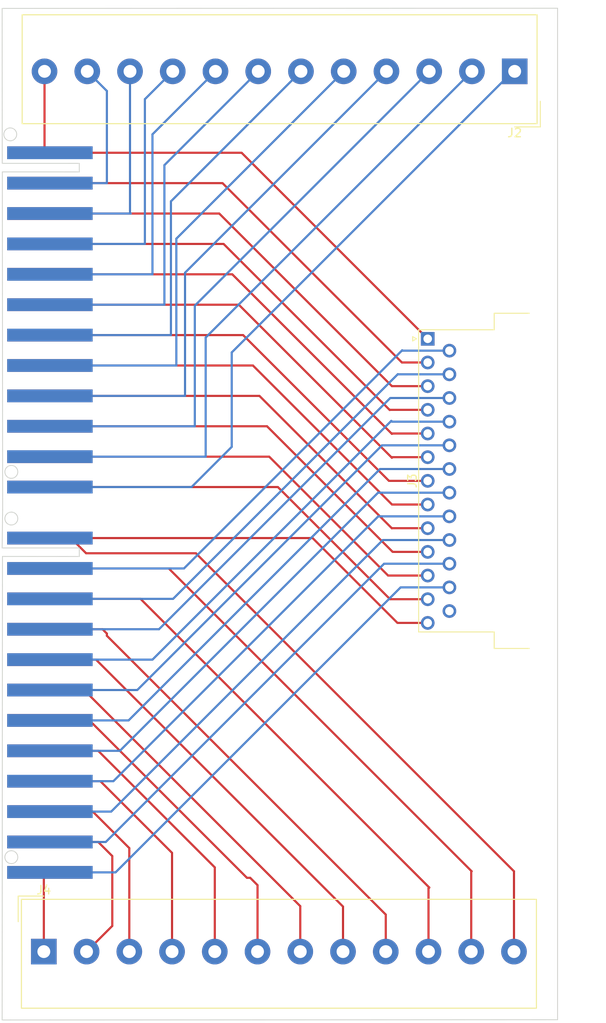
<source format=kicad_pcb>
(kicad_pcb (version 20221018) (generator pcbnew)
  (layers (0 "F.Cu" signal) (31 "B.Cu" signal) (34 "B.Paste" user) (35 "F.Paste" user) (36 "B.SilkS" user "B.Silkscreen") (37 "F.SilkS" user "F.Silkscreen") (38 "B.Mask" user) (39 "F.Mask" user) (44 "Edge.Cuts" user))
  (net 0 "")
  (net 1 "Net-(J2-Pin_1)")
  (net 2 "Net-(J2-Pin_3)")
  (net 3 "Net-(J2-Pin_4)")
  (net 4 "Net-(J2-Pin_5)")
  (net 5 "Net-(J2-Pin_6)")
  (net 6 "Net-(J2-Pin_7)")
  (net 7 "Net-(J2-Pin_8)")
  (net 8 "Net-(J2-Pin_9)")
  (net 9 "Net-(J2-Pin_10)")
  (net 10 "Net-(J2-Pin_12)")
  (net 11 "Net-(J2-Pin_11)")
  (net 12 "/unconnected-(J3-P25-Pad25)")
  (net 13 "Net-(J2-Pin_2)")
  (net 14 "Net-(J4-Pin_12)")
  (net 15 "Net-(J3-P14)")
  (net 16 "Net-(J3-P15)")
  (net 17 "Net-(J3-P17)")
  (net 18 "Net-(J3-P18)")
  (net 19 "Net-(J3-P19)")
  (net 20 "Net-(J3-P20)")
  (net 21 "Net-(J3-P21)")
  (net 22 "Net-(J3-P22)")
  (net 23 "Net-(J3-P24)")
  (net 24 "Net-(J3-P23)")
  (footprint "infnoise_goldfingers:Gold Finger PCB" (layer "F.Cu") (at 123.257196 78.867 -90)
    (fp_text reference "U2" hide)
    (fp_text value "~" hide)
    (pad "1" smd rect (at -19.558 5.588 270) (size 1.5 10) (layers "F.Cu" "F.Paste" "F.Mask") (net 10 "Net-(J2-Pin_12)"))
    (pad "2" smd rect (at -16.002 5.588 270) (size 1.5 10) (layers "F.Cu" "F.Paste" "F.Mask") (net 11 "Net-(J2-Pin_11)"))
    (pad "3" smd rect (at -12.446 5.588 270) (size 1.5 10) (layers "F.Cu" "F.Paste" "F.Mask") (net 9 "Net-(J2-Pin_10)"))
    (pad "4" smd rect (at -8.89 5.588 270) (size 1.5 10) (layers "F.Cu" "F.Paste" "F.Mask") (net 8 "Net-(J2-Pin_9)"))
    (pad "5" smd rect (at -5.334 5.588 270) (size 1.5 10) (layers "F.Cu" "F.Paste" "F.Mask") (net 7 "Net-(J2-Pin_8)"))
    (pad "6" smd rect (at -1.778 5.588 270) (size 1.5 10) (layers "F.Cu" "F.Paste" "F.Mask") (net 6 "Net-(J2-Pin_7)"))
    (pad "7" smd rect (at 1.778 5.588 270) (size 1.5 10) (layers "F.Cu" "F.Paste" "F.Mask") (net 5 "Net-(J2-Pin_6)"))
    (pad "8" smd rect (at 5.334 5.588 270) (size 1.5 10) (layers "F.Cu" "F.Paste" "F.Mask") (net 4 "Net-(J2-Pin_5)"))
    (pad "9" smd rect (at 8.89 5.588 270) (size 1.5 10) (layers "F.Cu" "F.Paste" "F.Mask") (net 3 "Net-(J2-Pin_4)"))
    (pad "10" smd rect (at 12.446 5.588 270) (size 1.5 10) (layers "F.Cu" "F.Paste" "F.Mask") (net 2 "Net-(J2-Pin_3)"))
    (pad "11" smd rect (at 16.002 5.588 270) (size 1.5 10) (layers "F.Cu" "F.Paste" "F.Mask") (net 13 "Net-(J2-Pin_2)"))
    (pad "12" smd rect (at 19.558 5.588 270) (size 1.5 10) (layers "F.Cu" "F.Paste" "F.Mask") (net 1 "Net-(J2-Pin_1)"))
  )
  (footprint "infnoise_goldfingers:Gold Finger PCB" (layer "F.Cu") (at 123.257196 123.952 -90)
    (fp_text reference "U3" hide)
    (fp_text value "~" hide)
    (pad "1" smd rect (at -19.558 5.588 270) (size 1.5 10) (layers "F.Cu" "F.Paste" "F.Mask") (net 14 "Net-(J4-Pin_12)"))
    (pad "2" smd rect (at -16.002 5.588 270) (size 1.5 10) (layers "F.Cu" "F.Paste" "F.Mask") (net 15 "Net-(J3-P14)"))
    (pad "3" smd rect (at -12.446 5.588 270) (size 1.5 10) (layers "F.Cu" "F.Paste" "F.Mask") (net 16 "Net-(J3-P15)"))
    (pad "4" smd rect (at -8.89 5.588 270) (size 1.5 10) (layers "F.Cu" "F.Paste" "F.Mask") (net 13 "Net-(J2-Pin_2)"))
    (pad "5" smd rect (at -5.334 5.588 270) (size 1.5 10) (layers "F.Cu" "F.Paste" "F.Mask") (net 17 "Net-(J3-P17)"))
    (pad "6" smd rect (at -1.778 5.588 270) (size 1.5 10) (layers "F.Cu" "F.Paste" "F.Mask") (net 18 "Net-(J3-P18)"))
    (pad "7" smd rect (at 1.778 5.588 270) (size 1.5 10) (layers "F.Cu" "F.Paste" "F.Mask") (net 19 "Net-(J3-P19)"))
    (pad "8" smd rect (at 5.334 5.588 270) (size 1.5 10) (layers "F.Cu" "F.Paste" "F.Mask") (net 20 "Net-(J3-P20)"))
    (pad "9" smd rect (at 8.89 5.588 270) (size 1.5 10) (layers "F.Cu" "F.Paste" "F.Mask") (net 21 "Net-(J3-P21)"))
    (pad "10" smd rect (at 12.446 5.588 270) (size 1.5 10) (layers "F.Cu" "F.Paste" "F.Mask") (net 22 "Net-(J3-P22)"))
    (pad "11" smd rect (at 16.002 5.588 270) (size 1.5 10) (layers "F.Cu" "F.Paste" "F.Mask") (net 24 "Net-(J3-P23)"))
    (pad "12" smd rect (at 19.558 5.588 270) (size 1.5 10) (layers "F.Cu" "F.Paste" "F.Mask") (net 23 "Net-(J3-P24)"))
  )
  (footprint "Connector_Dsub:DSUB-25_Female_Horizontal_P2.77x2.54mm_EdgePinOffset9.40mm" (layer "F.Cu") (at 161.865196 81.079 90)
    (fp_text reference "J3" (at -16.62 -1.8 90) (layer "F.SilkS"))
    (fp_text value "DB25_Receptacle")
    (fp_line (start -36.23 7.78) (end -34.3 7.78) (stroke (width 0.12)) (layer "F.SilkS"))
    (fp_line (start -36.23 11.88) (end -36.23 7.78) (stroke (width 0.12)) (layer "F.SilkS"))
    (fp_line (start -34.3 -1.06) (end 1.06 -1.06) (stroke (width 0.12)) (layer "F.SilkS"))
    (fp_line (start -34.3 7.78) (end -34.3 -1.06) (stroke (width 0.12)) (layer "F.SilkS"))
    (fp_line (start -0.25 -1.754338) (end 0.25 -1.754338) (stroke (width 0.12)) (layer "F.SilkS"))
    (fp_line (start 0 -1.321325) (end -0.25 -1.754338) (stroke (width 0.12)) (layer "F.SilkS"))
    (fp_line (start 0.25 -1.754338) (end 0 -1.321325) (stroke (width 0.12)) (layer "F.SilkS"))
    (fp_line (start 1.06 -1.06) (end 1.06 7.78) (stroke (width 0.12)) (layer "F.SilkS"))
    (fp_line (start 1.06 7.78) (end 2.99 7.78) (stroke (width 0.12)) (layer "F.SilkS"))
    (fp_line (start 2.99 7.78) (end 2.99 11.88) (stroke (width 0.12)) (layer "F.SilkS"))
    (pad "1" thru_hole rect (at 0 0 90) (size 1.6 1.6) (drill 1) (layers "*.Cu" "*.Mask") (net 10 "Net-(J2-Pin_12)"))
    (pad "2" thru_hole circle (at -2.77 0 90) (size 1.6 1.6) (drill 1) (layers "*.Cu" "*.Mask") (net 11 "Net-(J2-Pin_11)"))
    (pad "3" thru_hole circle (at -5.54 0 90) (size 1.6 1.6) (drill 1) (layers "*.Cu" "*.Mask") (net 9 "Net-(J2-Pin_10)"))
    (pad "4" thru_hole circle (at -8.31 0 90) (size 1.6 1.6) (drill 1) (layers "*.Cu" "*.Mask") (net 8 "Net-(J2-Pin_9)"))
    (pad "5" thru_hole circle (at -11.08 0 90) (size 1.6 1.6) (drill 1) (layers "*.Cu" "*.Mask") (net 7 "Net-(J2-Pin_8)"))
    (pad "6" thru_hole circle (at -13.85 0 90) (size 1.6 1.6) (drill 1) (layers "*.Cu" "*.Mask") (net 6 "Net-(J2-Pin_7)"))
    (pad "7" thru_hole circle (at -16.62 0 90) (size 1.6 1.6) (drill 1) (layers "*.Cu" "*.Mask") (net 5 "Net-(J2-Pin_6)"))
    (pad "8" thru_hole circle (at -19.39 0 90) (size 1.6 1.6) (drill 1) (layers "*.Cu" "*.Mask") (net 4 "Net-(J2-Pin_5)"))
    (pad "9" thru_hole circle (at -22.16 0 90) (size 1.6 1.6) (drill 1) (layers "*.Cu" "*.Mask") (net 3 "Net-(J2-Pin_4)"))
    (pad "10" thru_hole circle (at -24.93 0 90) (size 1.6 1.6) (drill 1) (layers "*.Cu" "*.Mask") (net 2 "Net-(J2-Pin_3)"))
    (pad "11" thru_hole circle (at -27.7 0 90) (size 1.6 1.6) (drill 1) (layers "*.Cu" "*.Mask") (net 13 "Net-(J2-Pin_2)"))
    (pad "12" thru_hole circle (at -30.47 0 90) (size 1.6 1.6) (drill 1) (layers "*.Cu" "*.Mask") (net 1 "Net-(J2-Pin_1)"))
    (pad "13" thru_hole circle (at -33.24 0 90) (size 1.6 1.6) (drill 1) (layers "*.Cu" "*.Mask") (net 14 "Net-(J4-Pin_12)"))
    (pad "14" thru_hole circle (at -1.385 2.54 90) (size 1.6 1.6) (drill 1) (layers "*.Cu" "*.Mask") (net 15 "Net-(J3-P14)"))
    (pad "15" thru_hole circle (at -4.155 2.54 90) (size 1.6 1.6) (drill 1) (layers "*.Cu" "*.Mask") (net 16 "Net-(J3-P15)"))
    (pad "16" thru_hole circle (at -6.925 2.54 90) (size 1.6 1.6) (drill 1) (layers "*.Cu" "*.Mask") (net 13 "Net-(J2-Pin_2)"))
    (pad "17" thru_hole circle (at -9.695 2.54 90) (size 1.6 1.6) (drill 1) (layers "*.Cu" "*.Mask") (net 17 "Net-(J3-P17)"))
    (pad "18" thru_hole circle (at -12.465 2.54 90) (size 1.6 1.6) (drill 1) (layers "*.Cu" "*.Mask") (net 18 "Net-(J3-P18)"))
    (pad "19" thru_hole circle (at -15.235 2.54 90) (size 1.6 1.6) (drill 1) (layers "*.Cu" "*.Mask") (net 19 "Net-(J3-P19)"))
    (pad "20" thru_hole circle (at -18.005 2.54 90) (size 1.6 1.6) (drill 1) (layers "*.Cu" "*.Mask") (net 20 "Net-(J3-P20)"))
    (pad "21" thru_hole circle (at -20.775 2.54 90) (size 1.6 1.6) (drill 1) (layers "*.Cu" "*.Mask") (net 21 "Net-(J3-P21)"))
    (pad "22" thru_hole circle (at -23.545 2.54 90) (size 1.6 1.6) (drill 1) (layers "*.Cu" "*.Mask") (net 22 "Net-(J3-P22)"))
    (pad "23" thru_hole circle (at -26.315 2.54 90) (size 1.6 1.6) (drill 1) (layers "*.Cu" "*.Mask") (net 24 "Net-(J3-P23)"))
    (pad "24" thru_hole circle (at -29.085 2.54 90) (size 1.6 1.6) (drill 1) (layers "*.Cu" "*.Mask") (net 23 "Net-(J3-P24)"))
    (pad "25" thru_hole circle (at -31.855 2.54 90) (size 1.6 1.6) (drill 1) (layers "*.Cu" "*.Mask") (net 12 "/unconnected-(J3-P25-Pad25)"))
  )
  (footprint "TerminalBlock_Altech:Altech_AK300_1x12_P5.00mm_45-Degree" (layer "F.Cu") (at 116.958 152.781)
    (fp_text reference "J4" (at 0 -7.2) (layer "F.SilkS"))
    (fp_text value "Screw_Terminal_01x12")
    (fp_line (start -3 -6.5) (end 0 -6.5) (stroke (width 0.12)) (layer "F.SilkS"))
    (fp_line (start -3 -3.5) (end -3 -6.5) (stroke (width 0.12)) (layer "F.SilkS"))
    (fp_line (start -2.62 -6.12) (end -2.62 6.62) (stroke (width 0.12)) (layer "F.SilkS"))
    (fp_line (start -2.62 -6.12) (end -2.62 6.62) (stroke (width 0.12)) (layer "F.SilkS"))
    (fp_line (start -2.62 -6.12) (end 57.62 -6.12) (stroke (width 0.12)) (layer "F.SilkS"))
    (fp_line (start -2.62 -6.12) (end 57.62 -6.12) (stroke (width 0.12)) (layer "F.SilkS"))
    (fp_line (start -2.62 6.62) (end 57.62 6.62) (stroke (width 0.12)) (layer "F.SilkS"))
    (fp_line (start -2.62 6.62) (end 57.62 6.62) (stroke (width 0.12)) (layer "F.SilkS"))
    (fp_line (start 57.62 -6.12) (end 57.62 6.62) (stroke (width 0.12)) (layer "F.SilkS"))
    (fp_line (start 57.62 -6.12) (end 57.62 6.62) (stroke (width 0.12)) (layer "F.SilkS"))
    (pad "1" thru_hole rect (at 0 0) (size 3 3) (drill 1.5) (layers "*.Cu" "*.Mask") (net 23 "Net-(J3-P24)"))
    (pad "2" thru_hole circle (at 5 0) (size 3 3) (drill 1.5) (layers "*.Cu" "*.Mask") (net 24 "Net-(J3-P23)"))
    (pad "3" thru_hole circle (at 10 0) (size 3 3) (drill 1.5) (layers "*.Cu" "*.Mask") (net 22 "Net-(J3-P22)"))
    (pad "4" thru_hole circle (at 15 0) (size 3 3) (drill 1.5) (layers "*.Cu" "*.Mask") (net 21 "Net-(J3-P21)"))
    (pad "5" thru_hole circle (at 20 0) (size 3 3) (drill 1.5) (layers "*.Cu" "*.Mask") (net 20 "Net-(J3-P20)"))
    (pad "6" thru_hole circle (at 25 0) (size 3 3) (drill 1.5) (layers "*.Cu" "*.Mask") (net 19 "Net-(J3-P19)"))
    (pad "7" thru_hole circle (at 30 0) (size 3 3) (drill 1.5) (layers "*.Cu" "*.Mask") (net 18 "Net-(J3-P18)"))
    (pad "8" thru_hole circle (at 35 0) (size 3 3) (drill 1.5) (layers "*.Cu" "*.Mask") (net 17 "Net-(J3-P17)"))
    (pad "9" thru_hole circle (at 40 0) (size 3 3) (drill 1.5) (layers "*.Cu" "*.Mask") (net 13 "Net-(J2-Pin_2)"))
    (pad "10" thru_hole circle (at 45 0) (size 3 3) (drill 1.5) (layers "*.Cu" "*.Mask") (net 16 "Net-(J3-P15)"))
    (pad "11" thru_hole circle (at 50 0) (size 3 3) (drill 1.5) (layers "*.Cu" "*.Mask") (net 15 "Net-(J3-P14)"))
    (pad "12" thru_hole circle (at 55 0) (size 3 3) (drill 1.5) (layers "*.Cu" "*.Mask") (net 14 "Net-(J4-Pin_12)"))
  )
  (footprint "TerminalBlock_Altech:Altech_AK300_1x12_P5.00mm_45-Degree" (layer "F.Cu") (at 172.039196 49.784 180)
    (fp_text reference "J2" (at 0 -7.2) (layer "F.SilkS"))
    (fp_text value "Screw_Terminal_01x12")
    (fp_line (start -3 -6.5) (end 0 -6.5) (stroke (width 0.12)) (layer "F.SilkS"))
    (fp_line (start -3 -3.5) (end -3 -6.5) (stroke (width 0.12)) (layer "F.SilkS"))
    (fp_line (start -2.62 -6.12) (end -2.62 6.62) (stroke (width 0.12)) (layer "F.SilkS"))
    (fp_line (start -2.62 -6.12) (end -2.62 6.62) (stroke (width 0.12)) (layer "F.SilkS"))
    (fp_line (start -2.62 -6.12) (end 57.62 -6.12) (stroke (width 0.12)) (layer "F.SilkS"))
    (fp_line (start -2.62 -6.12) (end 57.62 -6.12) (stroke (width 0.12)) (layer "F.SilkS"))
    (fp_line (start -2.62 6.62) (end 57.62 6.62) (stroke (width 0.12)) (layer "F.SilkS"))
    (fp_line (start -2.62 6.62) (end 57.62 6.62) (stroke (width 0.12)) (layer "F.SilkS"))
    (fp_line (start 57.62 -6.12) (end 57.62 6.62) (stroke (width 0.12)) (layer "F.SilkS"))
    (fp_line (start 57.62 -6.12) (end 57.62 6.62) (stroke (width 0.12)) (layer "F.SilkS"))
    (pad "1" thru_hole rect (at 0 0 180) (size 3 3) (drill 1.5) (layers "*.Cu" "*.Mask") (net 1 "Net-(J2-Pin_1)"))
    (pad "2" thru_hole circle (at 5 0 180) (size 3 3) (drill 1.5) (layers "*.Cu" "*.Mask") (net 13 "Net-(J2-Pin_2)"))
    (pad "3" thru_hole circle (at 10 0 180) (size 3 3) (drill 1.5) (layers "*.Cu" "*.Mask") (net 2 "Net-(J2-Pin_3)"))
    (pad "4" thru_hole circle (at 15 0 180) (size 3 3) (drill 1.5) (layers "*.Cu" "*.Mask") (net 3 "Net-(J2-Pin_4)"))
    (pad "5" thru_hole circle (at 20 0 180) (size 3 3) (drill 1.5) (layers "*.Cu" "*.Mask") (net 4 "Net-(J2-Pin_5)"))
    (pad "6" thru_hole circle (at 25 0 180) (size 3 3) (drill 1.5) (layers "*.Cu" "*.Mask") (net 5 "Net-(J2-Pin_6)"))
    (pad "7" thru_hole circle (at 30 0 180) (size 3 3) (drill 1.5) (layers "*.Cu" "*.Mask") (net 6 "Net-(J2-Pin_7)"))
    (pad "8" thru_hole circle (at 35 0 180) (size 3 3) (drill 1.5) (layers "*.Cu" "*.Mask") (net 7 "Net-(J2-Pin_8)"))
    (pad "9" thru_hole circle (at 40 0 180) (size 3 3) (drill 1.5) (layers "*.Cu" "*.Mask") (net 8 "Net-(J2-Pin_9)"))
    (pad "10" thru_hole circle (at 45 0 180) (size 3 3) (drill 1.5) (layers "*.Cu" "*.Mask") (net 9 "Net-(J2-Pin_10)"))
    (pad "11" thru_hole circle (at 50 0 180) (size 3 3) (drill 1.5) (layers "*.Cu" "*.Mask") (net 11 "Net-(J2-Pin_11)"))
    (pad "12" thru_hole circle (at 55 0 180) (size 3 3) (drill 1.5) (layers "*.Cu" "*.Mask") (net 10 "Net-(J2-Pin_12)"))
  )
  (footprint "infnoise_goldfingers:Gold Finger PCB" (layer "B.Cu") (at 112.081196 78.867 -90)
    (fp_text reference "U2" hide)
    (fp_text value "~" hide)
    (pad "1" smd rect (at -19.558 -5.588 270) (size 1.5 10) (layers "B.Cu" "B.Paste" "B.Mask") (net 10 "Net-(J2-Pin_12)"))
    (pad "2" smd rect (at -16.002 -5.588 270) (size 1.5 10) (layers "B.Cu" "B.Paste" "B.Mask") (net 11 "Net-(J2-Pin_11)"))
    (pad "3" smd rect (at -12.446 -5.588 270) (size 1.5 10) (layers "B.Cu" "B.Paste" "B.Mask") (net 9 "Net-(J2-Pin_10)"))
    (pad "4" smd rect (at -8.89 -5.588 270) (size 1.5 10) (layers "B.Cu" "B.Paste" "B.Mask") (net 8 "Net-(J2-Pin_9)"))
    (pad "5" smd rect (at -5.334 -5.588 270) (size 1.5 10) (layers "B.Cu" "B.Paste" "B.Mask") (net 7 "Net-(J2-Pin_8)"))
    (pad "6" smd rect (at -1.778 -5.588 270) (size 1.5 10) (layers "B.Cu" "B.Paste" "B.Mask") (net 6 "Net-(J2-Pin_7)"))
    (pad "7" smd rect (at 1.778 -5.588 270) (size 1.5 10) (layers "B.Cu" "B.Paste" "B.Mask") (net 5 "Net-(J2-Pin_6)"))
    (pad "8" smd rect (at 5.334 -5.588 270) (size 1.5 10) (layers "B.Cu" "B.Paste" "B.Mask") (net 4 "Net-(J2-Pin_5)"))
    (pad "9" smd rect (at 8.89 -5.588 270) (size 1.5 10) (layers "B.Cu" "B.Paste" "B.Mask") (net 3 "Net-(J2-Pin_4)"))
    (pad "10" smd rect (at 12.446 -5.588 270) (size 1.5 10) (layers "B.Cu" "B.Paste" "B.Mask") (net 2 "Net-(J2-Pin_3)"))
    (pad "11" smd rect (at 16.002 -5.588 270) (size 1.5 10) (layers "B.Cu" "B.Paste" "B.Mask") (net 13 "Net-(J2-Pin_2)"))
    (pad "12" smd rect (at 19.558 -5.588 270) (size 1.5 10) (layers "B.Cu" "B.Paste" "B.Mask") (net 1 "Net-(J2-Pin_1)"))
  )
  (footprint "infnoise_goldfingers:Gold Finger PCB" (layer "B.Cu") (at 112.081196 123.952 -90)
    (fp_text reference "U3" hide)
    (fp_text value "~" hide)
    (pad "1" smd rect (at -19.558 -5.588 270) (size 1.5 10) (layers "B.Cu" "B.Paste" "B.Mask") (net 14 "Net-(J4-Pin_12)"))
    (pad "2" smd rect (at -16.002 -5.588 270) (size 1.5 10) (layers "B.Cu" "B.Paste" "B.Mask") (net 15 "Net-(J3-P14)"))
    (pad "3" smd rect (at -12.446 -5.588 270) (size 1.5 10) (layers "B.Cu" "B.Paste" "B.Mask") (net 16 "Net-(J3-P15)"))
    (pad "4" smd rect (at -8.89 -5.588 270) (size 1.5 10) (layers "B.Cu" "B.Paste" "B.Mask") (net 13 "Net-(J2-Pin_2)"))
    (pad "5" smd rect (at -5.334 -5.588 270) (size 1.5 10) (layers "B.Cu" "B.Paste" "B.Mask") (net 17 "Net-(J3-P17)"))
    (pad "6" smd rect (at -1.778 -5.588 270) (size 1.5 10) (layers "B.Cu" "B.Paste" "B.Mask") (net 18 "Net-(J3-P18)"))
    (pad "7" smd rect (at 1.778 -5.588 270) (size 1.5 10) (layers "B.Cu" "B.Paste" "B.Mask") (net 19 "Net-(J3-P19)"))
    (pad "8" smd rect (at 5.334 -5.588 270) (size 1.5 10) (layers "B.Cu" "B.Paste" "B.Mask") (net 20 "Net-(J3-P20)"))
    (pad "9" smd rect (at 8.89 -5.588 270) (size 1.5 10) (layers "B.Cu" "B.Paste" "B.Mask") (net 21 "Net-(J3-P21)"))
    (pad "10" smd rect (at 12.446 -5.588 270) (size 1.5 10) (layers "B.Cu" "B.Paste" "B.Mask") (net 22 "Net-(J3-P22)"))
    (pad "11" smd rect (at 16.002 -5.588 270) (size 1.5 10) (layers "B.Cu" "B.Paste" "B.Mask") (net 24 "Net-(J3-P23)"))
    (pad "12" smd rect (at 19.558 -5.588 270) (size 1.5 10) (layers "B.Cu" "B.Paste" "B.Mask") (net 23 "Net-(J3-P24)"))
  )
  (gr_line (start 121.106176 106.55) (end 112.120046 106.544279) (stroke (width 0.1)) (layer "Edge.Cuts"))
  (gr_line (start 121.106176 60.55) (end 112.092474 60.548294) (stroke (width 0.1)) (layer "Edge.Cuts"))
  (gr_line (start 112.103653 61.548738) (end 112.141 99.822) (stroke (width 0.1)) (layer "Edge.Cuts"))
  (gr_line (start 177.056176 160.75) (end 177.056176 42.4) (stroke (width 0.1)) (layer "Edge.Cuts"))
  (gr_circle (center 113.157 141.732) (end 113.557 142.372) (stroke (width 0.1)) (fill none) (layer "Edge.Cuts"))
  (gr_line (start 112.081192 160.782) (end 177.056176 160.75) (stroke (width 0.1)) (layer "Edge.Cuts"))
  (gr_line (start 112.120046 106.544279) (end 112.081192 160.782) (stroke (width 0.1)) (layer "Edge.Cuts"))
  (gr_line (start 121.106176 61.55) (end 112.103653 61.548738) (stroke (width 0.1)) (layer "Edge.Cuts"))
  (gr_circle (center 113.157 96.647) (end 113.557 97.287) (stroke (width 0.1)) (fill none) (layer "Edge.Cuts"))
  (gr_line (start 121.106176 105.55) (end 121.106176 106.55) (stroke (width 0.1)) (layer "Edge.Cuts"))
  (gr_line (start 112.081192 42.418) (end 112.092474 60.548294) (stroke (width 0.1)) (layer "Edge.Cuts"))
  (gr_line (start 177.056176 42.4) (end 112.081192 42.418) (stroke (width 0.1)) (layer "Edge.Cuts"))
  (gr_line (start 112.141 99.822) (end 112.141 101.092) (stroke (width 0.1)) (layer "Edge.Cuts"))
  (gr_line (start 112.141 101.092) (end 112.08232 105.550821) (stroke (width 0.1)) (layer "Edge.Cuts"))
  (gr_circle (center 113.03 57.157282) (end 113.43 57.797282) (stroke (width 0.1)) (fill none) (layer "Edge.Cuts"))
  (gr_circle (center 113.157 102.11) (end 113.557 102.75) (stroke (width 0.1)) (fill none) (layer "Edge.Cuts"))
  (gr_line (start 121.106176 105.55) (end 112.08232 105.550821) (stroke (width 0.1)) (layer "Edge.Cuts"))
  (gr_line (start 121.106176 60.55) (end 121.106176 61.55) (stroke (width 0.1)) (layer "Edge.Cuts"))
  (segment (start 144.339196 98.425) (end 157.463196 111.549) (width 0.25) (layer "F.Cu") (net 1))
  (segment (start 157.463196 111.549) (end 161.865196 111.549) (width 0.25) (layer "F.Cu") (net 1))
  (segment (start 117.669196 98.425) (end 144.339196 98.425) (width 0.25) (layer "F.Cu") (net 1))
  (segment (start 134.239 98.425) (end 117.669196 98.425) (width 0.25) (layer "B.Cu") (net 1))
  (segment (start 138.938 93.726) (end 134.239 98.425) (width 0.25) (layer "B.Cu") (net 1))
  (segment (start 171.831 49.784) (end 138.938 82.677) (width 0.25) (layer "B.Cu") (net 1))
  (segment (start 172.039196 49.784) (end 171.831 49.784) (width 0.25) (layer "B.Cu") (net 1))
  (segment (start 138.938 82.677) (end 138.938 93.726) (width 0.25) (layer "B.Cu") (net 1))
  (segment (start 143.069196 91.313) (end 157.765196 106.009) (width 0.25) (layer "F.Cu") (net 2))
  (segment (start 157.765196 106.009) (end 161.865196 106.009) (width 0.25) (layer "F.Cu") (net 2))
  (segment (start 117.669196 91.313) (end 143.069196 91.313) (width 0.25) (layer "F.Cu") (net 2))
  (segment (start 134.62 91.313) (end 117.669196 91.313) (width 0.25) (layer "B.Cu") (net 2))
  (segment (start 134.62 77.203196) (end 134.62 91.313) (width 0.25) (layer "B.Cu") (net 2))
  (segment (start 162.039196 49.784) (end 134.62 77.203196) (width 0.25) (layer "B.Cu") (net 2))
  (segment (start 142.180196 87.757) (end 157.674196 103.251) (width 0.25) (layer "F.Cu") (net 3))
  (segment (start 157.674196 103.251) (end 157.686196 103.239) (width 0.25) (layer "F.Cu") (net 3))
  (segment (start 117.669196 87.757) (end 142.180196 87.757) (width 0.25) (layer "F.Cu") (net 3))
  (segment (start 157.686196 103.239) (end 161.865196 103.239) (width 0.25) (layer "F.Cu") (net 3))
  (segment (start 133.477 87.757) (end 117.669196 87.757) (width 0.25) (layer "B.Cu") (net 3))
  (segment (start 133.477 73.346196) (end 133.477 87.757) (width 0.25) (layer "B.Cu") (net 3))
  (segment (start 157.039196 49.784) (end 133.477 73.346196) (width 0.25) (layer "B.Cu") (net 3))
  (segment (start 141.418196 84.201) (end 157.686196 100.469) (width 0.25) (layer "F.Cu") (net 4))
  (segment (start 157.686196 100.469) (end 161.865196 100.469) (width 0.25) (layer "F.Cu") (net 4))
  (segment (start 117.669196 84.201) (end 141.418196 84.201) (width 0.25) (layer "F.Cu") (net 4))
  (segment (start 152.039196 49.784) (end 132.461 69.362196) (width 0.25) (layer "B.Cu") (net 4))
  (segment (start 132.461 84.201) (end 117.669196 84.201) (width 0.25) (layer "B.Cu") (net 4))
  (segment (start 132.461 69.362196) (end 132.461 84.201) (width 0.25) (layer "B.Cu") (net 4))
  (segment (start 117.669196 80.645) (end 140.275196 80.645) (width 0.25) (layer "F.Cu") (net 5))
  (segment (start 140.275196 80.645) (end 157.329196 97.699) (width 0.25) (layer "F.Cu") (net 5))
  (segment (start 157.329196 97.699) (end 161.865196 97.699) (width 0.25) (layer "F.Cu") (net 5))
  (segment (start 131.826 64.997196) (end 131.826 80.645) (width 0.25) (layer "B.Cu") (net 5))
  (segment (start 131.826 80.645) (end 117.669196 80.645) (width 0.25) (layer "B.Cu") (net 5))
  (segment (start 147.039196 49.784) (end 131.826 64.997196) (width 0.25) (layer "B.Cu") (net 5))
  (segment (start 117.669196 77.089) (end 139.767196 77.089) (width 0.25) (layer "F.Cu") (net 6))
  (segment (start 139.767196 77.089) (end 157.674196 94.996) (width 0.25) (layer "F.Cu") (net 6))
  (segment (start 157.674196 94.996) (end 157.741196 94.929) (width 0.25) (layer "F.Cu") (net 6))
  (segment (start 157.741196 94.929) (end 161.865196 94.929) (width 0.25) (layer "F.Cu") (net 6))
  (segment (start 142.039196 49.784) (end 131.064 60.759196) (width 0.25) (layer "B.Cu") (net 6))
  (segment (start 131.064 77.089) (end 117.669196 77.089) (width 0.25) (layer "B.Cu") (net 6))
  (segment (start 131.064 60.759196) (end 131.064 77.089) (width 0.25) (layer "B.Cu") (net 6))
  (segment (start 157.674196 92.202) (end 157.717196 92.159) (width 0.25) (layer "F.Cu") (net 7))
  (segment (start 157.717196 92.159) (end 161.865196 92.159) (width 0.25) (layer "F.Cu") (net 7))
  (segment (start 139.005196 73.533) (end 157.674196 92.202) (width 0.25) (layer "F.Cu") (net 7))
  (segment (start 117.669196 73.533) (end 139.005196 73.533) (width 0.25) (layer "F.Cu") (net 7))
  (segment (start 129.667 73.533) (end 117.669196 73.533) (width 0.25) (layer "B.Cu") (net 7))
  (segment (start 129.667 57.156196) (end 129.667 73.533) (width 0.25) (layer "B.Cu") (net 7))
  (segment (start 137.039196 49.784) (end 129.667 57.156196) (width 0.25) (layer "B.Cu") (net 7))
  (segment (start 157.439196 89.389) (end 161.865196 89.389) (width 0.25) (layer "F.Cu") (net 8))
  (segment (start 137.989196 69.977) (end 157.420196 89.408) (width 0.25) (layer "F.Cu") (net 8))
  (segment (start 117.669196 69.977) (end 137.989196 69.977) (width 0.25) (layer "F.Cu") (net 8))
  (segment (start 157.420196 89.408) (end 157.439196 89.389) (width 0.25) (layer "F.Cu") (net 8))
  (segment (start 132.039196 49.784) (end 128.778 53.045196) (width 0.25) (layer "B.Cu") (net 8))
  (segment (start 128.778 69.977) (end 117.669196 69.977) (width 0.25) (layer "B.Cu") (net 8))
  (segment (start 128.778 53.045196) (end 128.778 69.977) (width 0.25) (layer "B.Cu") (net 8))
  (segment (start 117.669196 66.421) (end 137.481196 66.421) (width 0.25) (layer "F.Cu") (net 9))
  (segment (start 157.679196 86.619) (end 161.865196 86.619) (width 0.25) (layer "F.Cu") (net 9))
  (segment (start 137.481196 66.421) (end 157.679196 86.619) (width 0.25) (layer "F.Cu") (net 9))
  (segment (start 127.039196 66.333196) (end 127.127 66.421) (width 0.25) (layer "B.Cu") (net 9))
  (segment (start 127.039196 49.784) (end 127.039196 66.333196) (width 0.25) (layer "B.Cu") (net 9))
  (segment (start 127.127 66.421) (end 117.669196 66.421) (width 0.25) (layer "B.Cu") (net 9))
  (segment (start 117.669196 59.309) (end 140.095196 59.309) (width 0.25) (layer "F.Cu") (net 10))
  (segment (start 117.039196 49.784) (end 117.039196 58.679) (width 0.25) (layer "F.Cu") (net 10))
  (segment (start 140.095196 59.309) (end 161.865196 81.079) (width 0.25) (layer "F.Cu") (net 10))
  (segment (start 117.039196 58.679) (end 117.669196 59.309) (width 0.25) (layer "F.Cu") (net 10))
  (segment (start 158.846196 83.849) (end 161.865196 83.849) (width 0.25) (layer "F.Cu") (net 11))
  (segment (start 117.669196 62.865) (end 137.862196 62.865) (width 0.25) (layer "F.Cu") (net 11))
  (segment (start 137.862196 62.865) (end 158.846196 83.849) (width 0.25) (layer "F.Cu") (net 11))
  (segment (start 124.333 62.865) (end 117.669196 62.865) (width 0.25) (layer "B.Cu") (net 11))
  (segment (start 122.039196 49.784) (end 124.333 52.077804) (width 0.25) (layer "B.Cu") (net 11))
  (segment (start 124.333 52.077804) (end 124.333 62.865) (width 0.25) (layer "B.Cu") (net 11))
  (segment (start 156.958 152.781) (end 156.958 148.449) (width 0.25) (layer "F.Cu") (net 13))
  (segment (start 143.323196 94.869) (end 157.233196 108.779) (width 0.25) (layer "F.Cu") (net 13))
  (segment (start 123.825 115.062) (end 117.669196 115.062) (width 0.25) (layer "F.Cu") (net 13))
  (segment (start 124.333 115.57) (end 123.825 115.062) (width 0.25) (layer "F.Cu") (net 13))
  (segment (start 156.958 148.449) (end 124.333 115.824) (width 0.25) (layer "F.Cu") (net 13))
  (segment (start 117.669196 94.869) (end 143.323196 94.869) (width 0.25) (layer "F.Cu") (net 13))
  (segment (start 124.333 115.824) (end 124.333 115.57) (width 0.25) (layer "F.Cu") (net 13))
  (segment (start 157.233196 108.779) (end 161.865196 108.779) (width 0.25) (layer "F.Cu") (net 13))
  (segment (start 157.487 88.004) (end 164.405196 88.004) (width 0.25) (layer "B.Cu") (net 13))
  (segment (start 130.429 115.062) (end 157.487 88.004) (width 0.25) (layer "B.Cu") (net 13))
  (segment (start 167.039196 49.784) (end 135.89 80.933196) (width 0.25) (layer "B.Cu") (net 13))
  (segment (start 135.89 94.869) (end 117.669196 94.869) (width 0.25) (layer "B.Cu") (net 13))
  (segment (start 117.669196 115.062) (end 130.429 115.062) (width 0.25) (layer "B.Cu") (net 13))
  (segment (start 135.89 80.933196) (end 135.89 94.869) (width 0.25) (layer "B.Cu") (net 13))
  (segment (start 158.328196 114.319) (end 161.865196 114.319) (width 0.25) (layer "F.Cu") (net 14))
  (segment (start 120.126953 104.394) (end 121.904953 106.172) (width 0.25) (layer "F.Cu") (net 14))
  (segment (start 134.747 106.172) (end 171.958 143.383) (width 0.25) (layer "F.Cu") (net 14))
  (segment (start 121.904953 106.172) (end 134.747 106.172) (width 0.25) (layer "F.Cu") (net 14))
  (segment (start 171.958 143.383) (end 171.958 152.781) (width 0.25) (layer "F.Cu") (net 14))
  (segment (start 148.403196 104.394) (end 158.328196 114.319) (width 0.25) (layer "F.Cu") (net 14))
  (segment (start 117.669196 104.394) (end 148.403196 104.394) (width 0.25) (layer "F.Cu") (net 14))
  (segment (start 117.669196 104.394) (end 120.126953 104.394) (width 0.25) (layer "F.Cu") (net 14))
  (segment (start 166.958 143.43) (end 166.958 152.781) (width 0.25) (layer "F.Cu") (net 15))
  (segment (start 167.005 143.383) (end 166.958 143.43) (width 0.25) (layer "F.Cu") (net 15))
  (segment (start 117.669196 107.95) (end 131.572 107.95) (width 0.25) (layer "F.Cu") (net 15))
  (segment (start 131.572 107.95) (end 167.005 143.383) (width 0.25) (layer "F.Cu") (net 15))
  (segment (start 158.918 82.464) (end 164.405196 82.464) (width 0.25) (layer "B.Cu") (net 15))
  (segment (start 158.877 82.423) (end 158.918 82.464) (width 0.25) (layer "B.Cu") (net 15))
  (segment (start 117.669196 107.95) (end 133.35 107.95) (width 0.25) (layer "B.Cu") (net 15))
  (segment (start 133.35 107.95) (end 158.877 82.423) (width 0.25) (layer "B.Cu") (net 15))
  (segment (start 161.958 145.382) (end 161.958 152.781) (width 0.25) (layer "F.Cu") (net 16))
  (segment (start 128.27 111.506) (end 162.052 145.288) (width 0.25) (layer "F.Cu") (net 16))
  (segment (start 117.669196 111.506) (end 128.27 111.506) (width 0.25) (layer "F.Cu") (net 16))
  (segment (start 162.052 145.288) (end 161.958 145.382) (width 0.25) (layer "F.Cu") (net 16))
  (segment (start 158.369 85.217) (end 158.386 85.234) (width 0.25) (layer "B.Cu") (net 16))
  (segment (start 132.08 111.506) (end 158.369 85.217) (width 0.25) (layer "B.Cu") (net 16))
  (segment (start 158.386 85.234) (end 164.405196 85.234) (width 0.25) (layer "B.Cu") (net 16))
  (segment (start 117.669196 111.506) (end 132.08 111.506) (width 0.25) (layer "B.Cu") (net 16))
  (segment (start 123.063 118.618) (end 117.669196 118.618) (width 0.25) (layer "F.Cu") (net 17))
  (segment (start 151.958 147.513) (end 123.063 118.618) (width 0.25) (layer "F.Cu") (net 17))
  (segment (start 151.958 152.781) (end 151.958 147.513) (width 0.25) (layer "F.Cu") (net 17))
  (segment (start 117.669196 118.618) (end 129.667 118.618) (width 0.25) (layer "B.Cu") (net 17))
  (segment (start 157.703 90.774) (end 164.405196 90.774) (width 0.25) (layer "B.Cu") (net 17))
  (segment (start 157.607 90.678) (end 157.703 90.774) (width 0.25) (layer "B.Cu") (net 17))
  (segment (start 129.667 118.618) (end 157.607 90.678) (width 0.25) (layer "B.Cu") (net 17))
  (segment (start 121.666 122.174) (end 146.958 147.466) (width 0.25) (layer "F.Cu") (net 18))
  (segment (start 146.958 147.466) (end 146.958 152.781) (width 0.25) (layer "F.Cu") (net 18))
  (segment (start 117.669196 122.174) (end 121.666 122.174) (width 0.25) (layer "F.Cu") (net 18))
  (segment (start 117.669196 122.174) (end 127.889 122.174) (width 0.25) (layer "B.Cu") (net 18))
  (segment (start 127.889 122.174) (end 156.519 93.544) (width 0.25) (layer "B.Cu") (net 18))
  (segment (start 156.519 93.544) (end 164.405196 93.544) (width 0.25) (layer "B.Cu") (net 18))
  (segment (start 140.716 144.145) (end 141.097 144.145) (width 0.25) (layer "F.Cu") (net 19))
  (segment (start 122.301 125.73) (end 140.716 144.145) (width 0.25) (layer "F.Cu") (net 19))
  (segment (start 141.958 145.006) (end 141.958 152.781) (width 0.25) (layer "F.Cu") (net 19))
  (segment (start 117.669196 125.73) (end 122.301 125.73) (width 0.25) (layer "F.Cu") (net 19))
  (segment (start 141.097 144.145) (end 141.958 145.006) (width 0.25) (layer "F.Cu") (net 19))
  (segment (start 126.873 125.73) (end 156.289 96.314) (width 0.25) (layer "B.Cu") (net 19))
  (segment (start 156.289 96.314) (end 164.405196 96.314) (width 0.25) (layer "B.Cu") (net 19))
  (segment (start 117.669196 125.73) (end 126.873 125.73) (width 0.25) (layer "B.Cu") (net 19))
  (segment (start 123.317 129.286) (end 117.669196 129.286) (width 0.25) (layer "F.Cu") (net 20))
  (segment (start 136.958 142.927) (end 123.317 129.286) (width 0.25) (layer "F.Cu") (net 20))
  (segment (start 136.958 152.781) (end 136.958 142.927) (width 0.25) (layer "F.Cu") (net 20))
  (segment (start 125.857 129.286) (end 156.083 99.06) (width 0.25) (layer "B.Cu") (net 20))
  (segment (start 156.107 99.084) (end 164.405196 99.084) (width 0.25) (layer "B.Cu") (net 20))
  (segment (start 156.083 99.06) (end 156.107 99.084) (width 0.25) (layer "B.Cu") (net 20))
  (segment (start 117.669196 129.286) (end 125.857 129.286) (width 0.25) (layer "B.Cu") (net 20))
  (segment (start 123.571 132.842) (end 117.669196 132.842) (width 0.25) (layer "F.Cu") (net 21))
  (segment (start 131.958 141.229) (end 123.571 132.842) (width 0.25) (layer "F.Cu") (net 21))
  (segment (start 131.958 152.781) (end 131.958 141.229) (width 0.25) (layer "F.Cu") (net 21))
  (segment (start 125.095 132.842) (end 156.083 101.854) (width 0.25) (layer "B.Cu") (net 21))
  (segment (start 156.083 101.854) (end 164.405196 101.854) (width 0.25) (layer "B.Cu") (net 21))
  (segment (start 117.669196 132.842) (end 125.095 132.842) (width 0.25) (layer "B.Cu") (net 21))
  (segment (start 126.958 140.674) (end 122.682 136.398) (width 0.25) (layer "F.Cu") (net 22))
  (segment (start 122.682 136.398) (end 117.669196 136.398) (width 0.25) (layer "F.Cu") (net 22))
  (segment (start 126.958 152.781) (end 126.958 140.674) (width 0.25) (layer "F.Cu") (net 22))
  (segment (start 117.669196 136.398) (end 124.841 136.398) (width 0.25) (layer "B.Cu") (net 22))
  (segment (start 124.841 136.398) (end 156.615 104.624) (width 0.25) (layer "B.Cu") (net 22))
  (segment (start 156.615 104.624) (end 164.405196 104.624) (width 0.25) (layer "B.Cu") (net 22))
  (segment (start 116.958 152.781) (end 116.958 144.221196) (width 0.25) (layer "F.Cu") (net 23))
  (segment (start 116.958 144.221196) (end 117.669196 143.51) (width 0.25) (layer "F.Cu") (net 23))
  (segment (start 158.695 110.164) (end 164.405196 110.164) (width 0.25) (layer "B.Cu") (net 23))
  (segment (start 117.669196 143.51) (end 125.349 143.51) (width 0.25) (layer "B.Cu") (net 23))
  (segment (start 125.349 143.51) (end 158.695 110.164) (width 0.25) (layer "B.Cu") (net 23))
  (segment (start 121.958 152.781) (end 124.968 149.771) (width 0.25) (layer "F.Cu") (net 24))
  (segment (start 124.968 141.605) (end 123.317 139.954) (width 0.25) (layer "F.Cu") (net 24))
  (segment (start 123.317 139.954) (end 117.669196 139.954) (width 0.25) (layer "F.Cu") (net 24))
  (segment (start 124.968 149.771) (end 124.968 141.605) (width 0.25) (layer "F.Cu") (net 24))
  (segment (start 156.766 107.394) (end 164.405196 107.394) (width 0.25) (layer "B.Cu") (net 24))
  (segment (start 117.669196 139.954) (end 124.206 139.954) (width 0.25) (layer "B.Cu") (net 24))
  (segment (start 124.206 139.954) (end 156.766 107.394) (width 0.25) (layer "B.Cu") (net 24))
)
</source>
